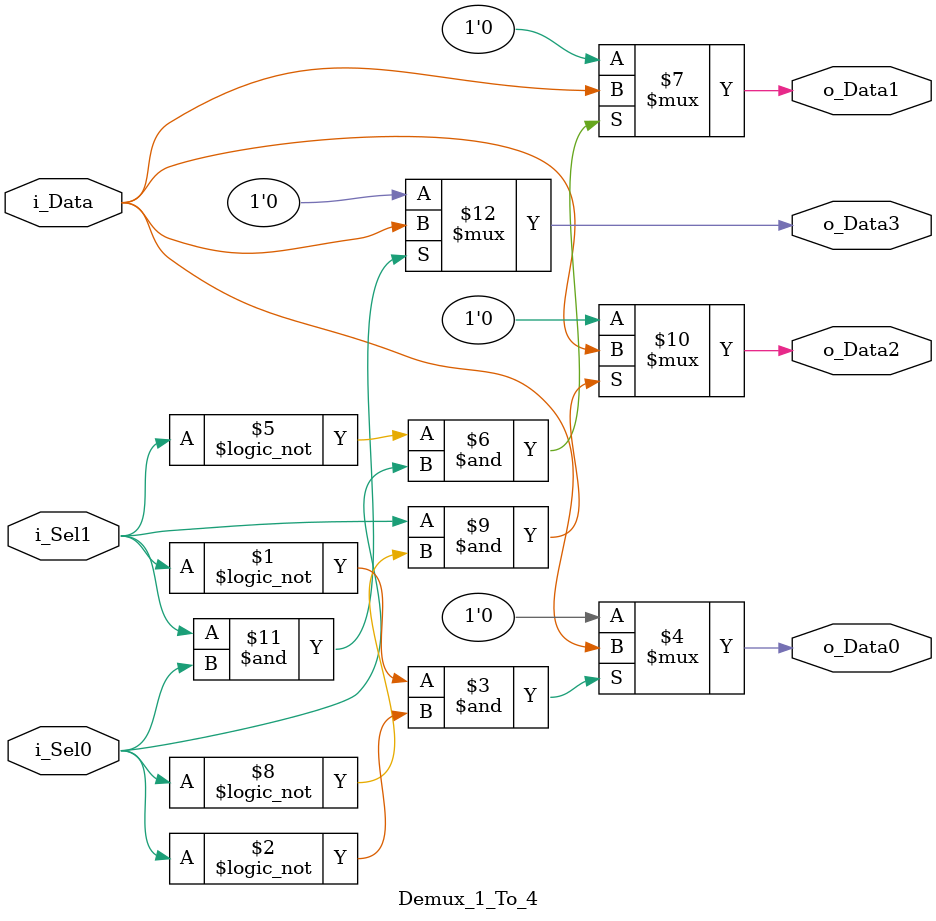
<source format=v>
module Demux_1_To_4
 (input  i_Data,
  input  i_Sel1,
  input  i_Sel0,
  output o_Data0,
  output o_Data1,
  output o_Data2,
  output o_Data3);
assign o_Data0 = !i_Sel1 & !i_Sel0 ? i_Data : 1'b0;
assign o_Data1 = !i_Sel1 &  i_Sel0 ? i_Data : 1'b0;
assign o_Data2 = i_Sel1 & !i_Sel0 ? i_Data : 1'b0;
assign o_Data3 = i_Sel1 &  i_Sel0 ? i_Data : 1'b0;
endmodule
</source>
